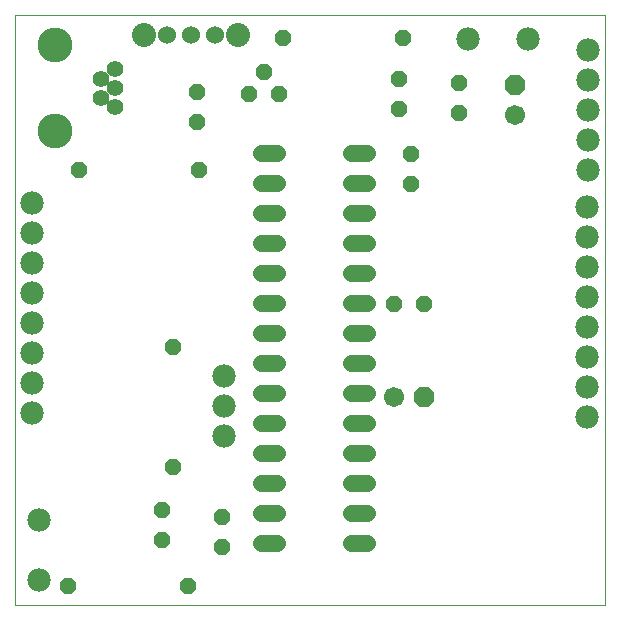
<source format=gts>
G75*
%MOIN*%
%OFA0B0*%
%FSLAX25Y25*%
%IPPOS*%
%LPD*%
%AMOC8*
5,1,8,0,0,1.08239X$1,22.5*
%
%ADD10C,0.00000*%
%ADD11OC8,0.05600*%
%ADD12C,0.06700*%
%ADD13OC8,0.06700*%
%ADD14C,0.07800*%
%ADD15C,0.05550*%
%ADD16C,0.11620*%
%ADD17C,0.08000*%
%ADD18C,0.06000*%
%ADD19C,0.05600*%
D10*
X0009001Y0005569D02*
X0009001Y0202419D01*
X0205851Y0202419D01*
X0205851Y0005569D01*
X0009001Y0005569D01*
D11*
X0026599Y0011907D03*
X0058056Y0027419D03*
X0058056Y0037419D03*
X0061717Y0051513D03*
X0078016Y0035136D03*
X0078016Y0025136D03*
X0066599Y0011907D03*
X0061717Y0091513D03*
X0070536Y0150805D03*
X0069670Y0166789D03*
X0069670Y0176789D03*
X0087032Y0175884D03*
X0092032Y0183384D03*
X0097032Y0175884D03*
X0098449Y0194584D03*
X0137111Y0181002D03*
X0137111Y0171002D03*
X0141008Y0156002D03*
X0141008Y0146002D03*
X0156993Y0169584D03*
X0156993Y0179584D03*
X0138449Y0194584D03*
X0135536Y0106080D03*
X0145536Y0106080D03*
X0030536Y0150805D03*
D12*
X0135339Y0075017D03*
X0175772Y0168876D03*
D13*
X0175772Y0178876D03*
X0145339Y0075017D03*
D14*
X0199670Y0078285D03*
X0199670Y0088285D03*
X0199670Y0098285D03*
X0199670Y0108285D03*
X0199670Y0118285D03*
X0199670Y0128285D03*
X0199670Y0138285D03*
X0199945Y0150608D03*
X0199945Y0160608D03*
X0199945Y0170608D03*
X0199945Y0180608D03*
X0199945Y0190608D03*
X0180142Y0194191D03*
X0160142Y0194191D03*
X0078725Y0081986D03*
X0078725Y0071986D03*
X0078725Y0061986D03*
X0017229Y0033994D03*
X0017229Y0013994D03*
X0014867Y0069663D03*
X0014867Y0079663D03*
X0014867Y0089663D03*
X0014867Y0099663D03*
X0014867Y0109663D03*
X0014867Y0119663D03*
X0014867Y0129663D03*
X0014867Y0139663D03*
X0199670Y0068285D03*
D15*
X0042504Y0171632D03*
X0037780Y0174781D03*
X0042504Y0177931D03*
X0037780Y0181080D03*
X0042504Y0184230D03*
D16*
X0022426Y0192301D03*
X0022426Y0163561D03*
D17*
X0052032Y0195687D03*
X0083528Y0195687D03*
D18*
X0075654Y0195687D03*
X0067780Y0195687D03*
X0059906Y0195687D03*
D19*
X0091204Y0156199D02*
X0096404Y0156199D01*
X0096404Y0146199D02*
X0091204Y0146199D01*
X0091204Y0136199D02*
X0096404Y0136199D01*
X0096404Y0126199D02*
X0091204Y0126199D01*
X0091204Y0116199D02*
X0096404Y0116199D01*
X0096404Y0106199D02*
X0091204Y0106199D01*
X0091204Y0096199D02*
X0096404Y0096199D01*
X0096404Y0086199D02*
X0091204Y0086199D01*
X0091204Y0076199D02*
X0096404Y0076199D01*
X0096404Y0066199D02*
X0091204Y0066199D01*
X0091204Y0056199D02*
X0096404Y0056199D01*
X0096404Y0046199D02*
X0091204Y0046199D01*
X0091204Y0036199D02*
X0096404Y0036199D01*
X0096404Y0026199D02*
X0091204Y0026199D01*
X0121204Y0026199D02*
X0126404Y0026199D01*
X0126404Y0036199D02*
X0121204Y0036199D01*
X0121204Y0046199D02*
X0126404Y0046199D01*
X0126404Y0056199D02*
X0121204Y0056199D01*
X0121204Y0066199D02*
X0126404Y0066199D01*
X0126404Y0076199D02*
X0121204Y0076199D01*
X0121204Y0086199D02*
X0126404Y0086199D01*
X0126404Y0096199D02*
X0121204Y0096199D01*
X0121204Y0106199D02*
X0126404Y0106199D01*
X0126404Y0116199D02*
X0121204Y0116199D01*
X0121204Y0126199D02*
X0126404Y0126199D01*
X0126404Y0136199D02*
X0121204Y0136199D01*
X0121204Y0146199D02*
X0126404Y0146199D01*
X0126404Y0156199D02*
X0121204Y0156199D01*
M02*

</source>
